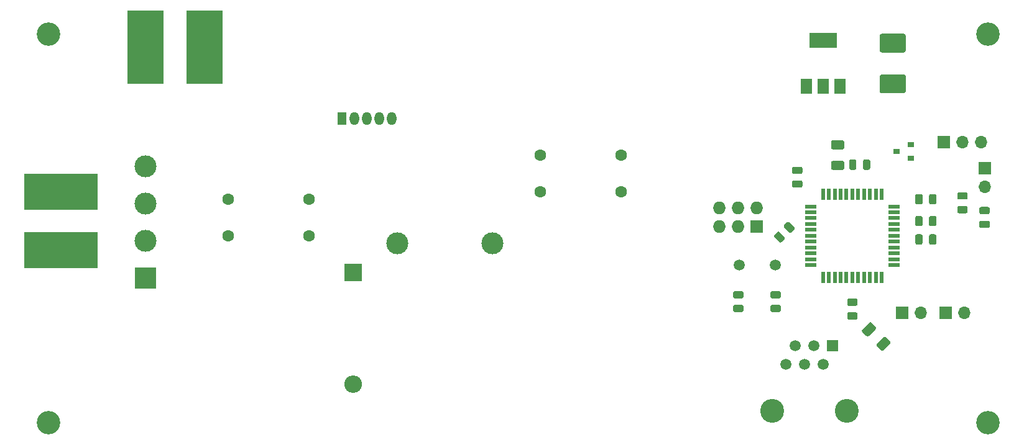
<source format=gts>
G04 #@! TF.GenerationSoftware,KiCad,Pcbnew,5.1.5+dfsg1-2build2*
G04 #@! TF.CreationDate,2021-09-03T15:29:10+02:00*
G04 #@! TF.ProjectId,Nixie clock main board,4e697869-6520-4636-9c6f-636b206d6169,rev?*
G04 #@! TF.SameCoordinates,Original*
G04 #@! TF.FileFunction,Soldermask,Top*
G04 #@! TF.FilePolarity,Negative*
%FSLAX46Y46*%
G04 Gerber Fmt 4.6, Leading zero omitted, Abs format (unit mm)*
G04 Created by KiCad (PCBNEW 5.1.5+dfsg1-2build2) date 2021-09-03 15:29:10*
%MOMM*%
%LPD*%
G04 APERTURE LIST*
%ADD10C,3.200000*%
%ADD11C,3.250000*%
%ADD12C,1.520000*%
%ADD13R,1.520000X1.520000*%
%ADD14C,0.100000*%
%ADD15R,1.500000X0.550000*%
%ADD16R,0.550000X1.500000*%
%ADD17C,3.000000*%
%ADD18R,3.000000X3.000000*%
%ADD19C,1.600000*%
%ADD20R,2.400000X2.400000*%
%ADD21O,2.400000X2.400000*%
%ADD22R,10.000000X5.000000*%
%ADD23R,1.727200X1.727200*%
%ADD24O,1.727200X1.727200*%
%ADD25R,5.000000X10.000000*%
%ADD26R,0.900000X0.800000*%
%ADD27R,1.275000X1.800000*%
%ADD28O,1.275000X1.800000*%
%ADD29R,3.800000X2.000000*%
%ADD30R,1.500000X2.000000*%
%ADD31C,1.500000*%
%ADD32O,1.700000X1.700000*%
%ADD33R,1.700000X1.700000*%
G04 APERTURE END LIST*
D10*
X153500000Y-74500000D03*
X153500000Y-21500000D03*
X25500000Y-74500000D03*
X25500000Y-21500000D03*
D11*
X124084000Y-72898000D03*
D12*
X125984000Y-66548000D03*
X127254000Y-64008000D03*
X128524000Y-66548000D03*
X129794000Y-64008000D03*
X131064000Y-66548000D03*
D11*
X134244000Y-72898000D03*
D13*
X132334000Y-64008000D03*
D14*
G36*
X137205142Y-38601174D02*
G01*
X137228803Y-38604684D01*
X137252007Y-38610496D01*
X137274529Y-38618554D01*
X137296153Y-38628782D01*
X137316670Y-38641079D01*
X137335883Y-38655329D01*
X137353607Y-38671393D01*
X137369671Y-38689117D01*
X137383921Y-38708330D01*
X137396218Y-38728847D01*
X137406446Y-38750471D01*
X137414504Y-38772993D01*
X137420316Y-38796197D01*
X137423826Y-38819858D01*
X137425000Y-38843750D01*
X137425000Y-39756250D01*
X137423826Y-39780142D01*
X137420316Y-39803803D01*
X137414504Y-39827007D01*
X137406446Y-39849529D01*
X137396218Y-39871153D01*
X137383921Y-39891670D01*
X137369671Y-39910883D01*
X137353607Y-39928607D01*
X137335883Y-39944671D01*
X137316670Y-39958921D01*
X137296153Y-39971218D01*
X137274529Y-39981446D01*
X137252007Y-39989504D01*
X137228803Y-39995316D01*
X137205142Y-39998826D01*
X137181250Y-40000000D01*
X136693750Y-40000000D01*
X136669858Y-39998826D01*
X136646197Y-39995316D01*
X136622993Y-39989504D01*
X136600471Y-39981446D01*
X136578847Y-39971218D01*
X136558330Y-39958921D01*
X136539117Y-39944671D01*
X136521393Y-39928607D01*
X136505329Y-39910883D01*
X136491079Y-39891670D01*
X136478782Y-39871153D01*
X136468554Y-39849529D01*
X136460496Y-39827007D01*
X136454684Y-39803803D01*
X136451174Y-39780142D01*
X136450000Y-39756250D01*
X136450000Y-38843750D01*
X136451174Y-38819858D01*
X136454684Y-38796197D01*
X136460496Y-38772993D01*
X136468554Y-38750471D01*
X136478782Y-38728847D01*
X136491079Y-38708330D01*
X136505329Y-38689117D01*
X136521393Y-38671393D01*
X136539117Y-38655329D01*
X136558330Y-38641079D01*
X136578847Y-38628782D01*
X136600471Y-38618554D01*
X136622993Y-38610496D01*
X136646197Y-38604684D01*
X136669858Y-38601174D01*
X136693750Y-38600000D01*
X137181250Y-38600000D01*
X137205142Y-38601174D01*
G37*
G36*
X135330142Y-38601174D02*
G01*
X135353803Y-38604684D01*
X135377007Y-38610496D01*
X135399529Y-38618554D01*
X135421153Y-38628782D01*
X135441670Y-38641079D01*
X135460883Y-38655329D01*
X135478607Y-38671393D01*
X135494671Y-38689117D01*
X135508921Y-38708330D01*
X135521218Y-38728847D01*
X135531446Y-38750471D01*
X135539504Y-38772993D01*
X135545316Y-38796197D01*
X135548826Y-38819858D01*
X135550000Y-38843750D01*
X135550000Y-39756250D01*
X135548826Y-39780142D01*
X135545316Y-39803803D01*
X135539504Y-39827007D01*
X135531446Y-39849529D01*
X135521218Y-39871153D01*
X135508921Y-39891670D01*
X135494671Y-39910883D01*
X135478607Y-39928607D01*
X135460883Y-39944671D01*
X135441670Y-39958921D01*
X135421153Y-39971218D01*
X135399529Y-39981446D01*
X135377007Y-39989504D01*
X135353803Y-39995316D01*
X135330142Y-39998826D01*
X135306250Y-40000000D01*
X134818750Y-40000000D01*
X134794858Y-39998826D01*
X134771197Y-39995316D01*
X134747993Y-39989504D01*
X134725471Y-39981446D01*
X134703847Y-39971218D01*
X134683330Y-39958921D01*
X134664117Y-39944671D01*
X134646393Y-39928607D01*
X134630329Y-39910883D01*
X134616079Y-39891670D01*
X134603782Y-39871153D01*
X134593554Y-39849529D01*
X134585496Y-39827007D01*
X134579684Y-39803803D01*
X134576174Y-39780142D01*
X134575000Y-39756250D01*
X134575000Y-38843750D01*
X134576174Y-38819858D01*
X134579684Y-38796197D01*
X134585496Y-38772993D01*
X134593554Y-38750471D01*
X134603782Y-38728847D01*
X134616079Y-38708330D01*
X134630329Y-38689117D01*
X134646393Y-38671393D01*
X134664117Y-38655329D01*
X134683330Y-38641079D01*
X134703847Y-38628782D01*
X134725471Y-38618554D01*
X134747993Y-38610496D01*
X134771197Y-38604684D01*
X134794858Y-38601174D01*
X134818750Y-38600000D01*
X135306250Y-38600000D01*
X135330142Y-38601174D01*
G37*
D15*
X129300000Y-45000000D03*
X129300000Y-45800000D03*
X129300000Y-46600000D03*
X129300000Y-47400000D03*
X129300000Y-48200000D03*
X129300000Y-49000000D03*
X129300000Y-49800000D03*
X129300000Y-50600000D03*
X129300000Y-51400000D03*
X129300000Y-52200000D03*
X129300000Y-53000000D03*
D16*
X131000000Y-54700000D03*
X131800000Y-54700000D03*
X132600000Y-54700000D03*
X133400000Y-54700000D03*
X134200000Y-54700000D03*
X135000000Y-54700000D03*
X135800000Y-54700000D03*
X136600000Y-54700000D03*
X137400000Y-54700000D03*
X138200000Y-54700000D03*
X139000000Y-54700000D03*
D15*
X140700000Y-53000000D03*
X140700000Y-52200000D03*
X140700000Y-51400000D03*
X140700000Y-50600000D03*
X140700000Y-49800000D03*
X140700000Y-49000000D03*
X140700000Y-48200000D03*
X140700000Y-47400000D03*
X140700000Y-46600000D03*
X140700000Y-45800000D03*
X140700000Y-45000000D03*
D16*
X139000000Y-43300000D03*
X138200000Y-43300000D03*
X137400000Y-43300000D03*
X136600000Y-43300000D03*
X135800000Y-43300000D03*
X135000000Y-43300000D03*
X134200000Y-43300000D03*
X133400000Y-43300000D03*
X132600000Y-43300000D03*
X131800000Y-43300000D03*
X131000000Y-43300000D03*
D17*
X73000000Y-50000000D03*
X86000000Y-50000000D03*
X38700000Y-49670000D03*
X38700000Y-44590000D03*
D18*
X38700000Y-54750000D03*
D17*
X38700000Y-39510000D03*
D19*
X50000000Y-49000000D03*
X50000000Y-44000000D03*
X61000000Y-44000000D03*
X61000000Y-49000000D03*
X92500000Y-43000000D03*
X92500000Y-38000000D03*
X103500000Y-38000000D03*
X103500000Y-43000000D03*
D14*
G36*
X146205142Y-43301174D02*
G01*
X146228803Y-43304684D01*
X146252007Y-43310496D01*
X146274529Y-43318554D01*
X146296153Y-43328782D01*
X146316670Y-43341079D01*
X146335883Y-43355329D01*
X146353607Y-43371393D01*
X146369671Y-43389117D01*
X146383921Y-43408330D01*
X146396218Y-43428847D01*
X146406446Y-43450471D01*
X146414504Y-43472993D01*
X146420316Y-43496197D01*
X146423826Y-43519858D01*
X146425000Y-43543750D01*
X146425000Y-44456250D01*
X146423826Y-44480142D01*
X146420316Y-44503803D01*
X146414504Y-44527007D01*
X146406446Y-44549529D01*
X146396218Y-44571153D01*
X146383921Y-44591670D01*
X146369671Y-44610883D01*
X146353607Y-44628607D01*
X146335883Y-44644671D01*
X146316670Y-44658921D01*
X146296153Y-44671218D01*
X146274529Y-44681446D01*
X146252007Y-44689504D01*
X146228803Y-44695316D01*
X146205142Y-44698826D01*
X146181250Y-44700000D01*
X145693750Y-44700000D01*
X145669858Y-44698826D01*
X145646197Y-44695316D01*
X145622993Y-44689504D01*
X145600471Y-44681446D01*
X145578847Y-44671218D01*
X145558330Y-44658921D01*
X145539117Y-44644671D01*
X145521393Y-44628607D01*
X145505329Y-44610883D01*
X145491079Y-44591670D01*
X145478782Y-44571153D01*
X145468554Y-44549529D01*
X145460496Y-44527007D01*
X145454684Y-44503803D01*
X145451174Y-44480142D01*
X145450000Y-44456250D01*
X145450000Y-43543750D01*
X145451174Y-43519858D01*
X145454684Y-43496197D01*
X145460496Y-43472993D01*
X145468554Y-43450471D01*
X145478782Y-43428847D01*
X145491079Y-43408330D01*
X145505329Y-43389117D01*
X145521393Y-43371393D01*
X145539117Y-43355329D01*
X145558330Y-43341079D01*
X145578847Y-43328782D01*
X145600471Y-43318554D01*
X145622993Y-43310496D01*
X145646197Y-43304684D01*
X145669858Y-43301174D01*
X145693750Y-43300000D01*
X146181250Y-43300000D01*
X146205142Y-43301174D01*
G37*
G36*
X144330142Y-43301174D02*
G01*
X144353803Y-43304684D01*
X144377007Y-43310496D01*
X144399529Y-43318554D01*
X144421153Y-43328782D01*
X144441670Y-43341079D01*
X144460883Y-43355329D01*
X144478607Y-43371393D01*
X144494671Y-43389117D01*
X144508921Y-43408330D01*
X144521218Y-43428847D01*
X144531446Y-43450471D01*
X144539504Y-43472993D01*
X144545316Y-43496197D01*
X144548826Y-43519858D01*
X144550000Y-43543750D01*
X144550000Y-44456250D01*
X144548826Y-44480142D01*
X144545316Y-44503803D01*
X144539504Y-44527007D01*
X144531446Y-44549529D01*
X144521218Y-44571153D01*
X144508921Y-44591670D01*
X144494671Y-44610883D01*
X144478607Y-44628607D01*
X144460883Y-44644671D01*
X144441670Y-44658921D01*
X144421153Y-44671218D01*
X144399529Y-44681446D01*
X144377007Y-44689504D01*
X144353803Y-44695316D01*
X144330142Y-44698826D01*
X144306250Y-44700000D01*
X143818750Y-44700000D01*
X143794858Y-44698826D01*
X143771197Y-44695316D01*
X143747993Y-44689504D01*
X143725471Y-44681446D01*
X143703847Y-44671218D01*
X143683330Y-44658921D01*
X143664117Y-44644671D01*
X143646393Y-44628607D01*
X143630329Y-44610883D01*
X143616079Y-44591670D01*
X143603782Y-44571153D01*
X143593554Y-44549529D01*
X143585496Y-44527007D01*
X143579684Y-44503803D01*
X143576174Y-44480142D01*
X143575000Y-44456250D01*
X143575000Y-43543750D01*
X143576174Y-43519858D01*
X143579684Y-43496197D01*
X143585496Y-43472993D01*
X143593554Y-43450471D01*
X143603782Y-43428847D01*
X143616079Y-43408330D01*
X143630329Y-43389117D01*
X143646393Y-43371393D01*
X143664117Y-43355329D01*
X143683330Y-43341079D01*
X143703847Y-43328782D01*
X143725471Y-43318554D01*
X143747993Y-43310496D01*
X143771197Y-43304684D01*
X143794858Y-43301174D01*
X143818750Y-43300000D01*
X144306250Y-43300000D01*
X144330142Y-43301174D01*
G37*
G36*
X124940719Y-48439362D02*
G01*
X124964380Y-48442872D01*
X124987584Y-48448684D01*
X125010106Y-48456742D01*
X125031730Y-48466970D01*
X125052247Y-48479267D01*
X125071460Y-48493517D01*
X125089184Y-48509581D01*
X125734419Y-49154816D01*
X125750483Y-49172540D01*
X125764733Y-49191753D01*
X125777030Y-49212270D01*
X125787258Y-49233894D01*
X125795316Y-49256416D01*
X125801128Y-49279620D01*
X125804638Y-49303281D01*
X125805812Y-49327173D01*
X125804638Y-49351065D01*
X125801128Y-49374726D01*
X125795316Y-49397930D01*
X125787258Y-49420452D01*
X125777030Y-49442076D01*
X125764733Y-49462593D01*
X125750483Y-49481806D01*
X125734419Y-49499530D01*
X125389704Y-49844245D01*
X125371980Y-49860309D01*
X125352767Y-49874559D01*
X125332250Y-49886856D01*
X125310626Y-49897084D01*
X125288104Y-49905142D01*
X125264900Y-49910954D01*
X125241239Y-49914464D01*
X125217347Y-49915638D01*
X125193455Y-49914464D01*
X125169794Y-49910954D01*
X125146590Y-49905142D01*
X125124068Y-49897084D01*
X125102444Y-49886856D01*
X125081927Y-49874559D01*
X125062714Y-49860309D01*
X125044990Y-49844245D01*
X124399755Y-49199010D01*
X124383691Y-49181286D01*
X124369441Y-49162073D01*
X124357144Y-49141556D01*
X124346916Y-49119932D01*
X124338858Y-49097410D01*
X124333046Y-49074206D01*
X124329536Y-49050545D01*
X124328362Y-49026653D01*
X124329536Y-49002761D01*
X124333046Y-48979100D01*
X124338858Y-48955896D01*
X124346916Y-48933374D01*
X124357144Y-48911750D01*
X124369441Y-48891233D01*
X124383691Y-48872020D01*
X124399755Y-48854296D01*
X124744470Y-48509581D01*
X124762194Y-48493517D01*
X124781407Y-48479267D01*
X124801924Y-48466970D01*
X124823548Y-48456742D01*
X124846070Y-48448684D01*
X124869274Y-48442872D01*
X124892935Y-48439362D01*
X124916827Y-48438188D01*
X124940719Y-48439362D01*
G37*
G36*
X126266545Y-47113536D02*
G01*
X126290206Y-47117046D01*
X126313410Y-47122858D01*
X126335932Y-47130916D01*
X126357556Y-47141144D01*
X126378073Y-47153441D01*
X126397286Y-47167691D01*
X126415010Y-47183755D01*
X127060245Y-47828990D01*
X127076309Y-47846714D01*
X127090559Y-47865927D01*
X127102856Y-47886444D01*
X127113084Y-47908068D01*
X127121142Y-47930590D01*
X127126954Y-47953794D01*
X127130464Y-47977455D01*
X127131638Y-48001347D01*
X127130464Y-48025239D01*
X127126954Y-48048900D01*
X127121142Y-48072104D01*
X127113084Y-48094626D01*
X127102856Y-48116250D01*
X127090559Y-48136767D01*
X127076309Y-48155980D01*
X127060245Y-48173704D01*
X126715530Y-48518419D01*
X126697806Y-48534483D01*
X126678593Y-48548733D01*
X126658076Y-48561030D01*
X126636452Y-48571258D01*
X126613930Y-48579316D01*
X126590726Y-48585128D01*
X126567065Y-48588638D01*
X126543173Y-48589812D01*
X126519281Y-48588638D01*
X126495620Y-48585128D01*
X126472416Y-48579316D01*
X126449894Y-48571258D01*
X126428270Y-48561030D01*
X126407753Y-48548733D01*
X126388540Y-48534483D01*
X126370816Y-48518419D01*
X125725581Y-47873184D01*
X125709517Y-47855460D01*
X125695267Y-47836247D01*
X125682970Y-47815730D01*
X125672742Y-47794106D01*
X125664684Y-47771584D01*
X125658872Y-47748380D01*
X125655362Y-47724719D01*
X125654188Y-47700827D01*
X125655362Y-47676935D01*
X125658872Y-47653274D01*
X125664684Y-47630070D01*
X125672742Y-47607548D01*
X125682970Y-47585924D01*
X125695267Y-47565407D01*
X125709517Y-47546194D01*
X125725581Y-47528470D01*
X126070296Y-47183755D01*
X126088020Y-47167691D01*
X126107233Y-47153441D01*
X126127750Y-47141144D01*
X126149374Y-47130916D01*
X126171896Y-47122858D01*
X126195100Y-47117046D01*
X126218761Y-47113536D01*
X126242653Y-47112362D01*
X126266545Y-47113536D01*
G37*
G36*
X135480142Y-57576174D02*
G01*
X135503803Y-57579684D01*
X135527007Y-57585496D01*
X135549529Y-57593554D01*
X135571153Y-57603782D01*
X135591670Y-57616079D01*
X135610883Y-57630329D01*
X135628607Y-57646393D01*
X135644671Y-57664117D01*
X135658921Y-57683330D01*
X135671218Y-57703847D01*
X135681446Y-57725471D01*
X135689504Y-57747993D01*
X135695316Y-57771197D01*
X135698826Y-57794858D01*
X135700000Y-57818750D01*
X135700000Y-58306250D01*
X135698826Y-58330142D01*
X135695316Y-58353803D01*
X135689504Y-58377007D01*
X135681446Y-58399529D01*
X135671218Y-58421153D01*
X135658921Y-58441670D01*
X135644671Y-58460883D01*
X135628607Y-58478607D01*
X135610883Y-58494671D01*
X135591670Y-58508921D01*
X135571153Y-58521218D01*
X135549529Y-58531446D01*
X135527007Y-58539504D01*
X135503803Y-58545316D01*
X135480142Y-58548826D01*
X135456250Y-58550000D01*
X134543750Y-58550000D01*
X134519858Y-58548826D01*
X134496197Y-58545316D01*
X134472993Y-58539504D01*
X134450471Y-58531446D01*
X134428847Y-58521218D01*
X134408330Y-58508921D01*
X134389117Y-58494671D01*
X134371393Y-58478607D01*
X134355329Y-58460883D01*
X134341079Y-58441670D01*
X134328782Y-58421153D01*
X134318554Y-58399529D01*
X134310496Y-58377007D01*
X134304684Y-58353803D01*
X134301174Y-58330142D01*
X134300000Y-58306250D01*
X134300000Y-57818750D01*
X134301174Y-57794858D01*
X134304684Y-57771197D01*
X134310496Y-57747993D01*
X134318554Y-57725471D01*
X134328782Y-57703847D01*
X134341079Y-57683330D01*
X134355329Y-57664117D01*
X134371393Y-57646393D01*
X134389117Y-57630329D01*
X134408330Y-57616079D01*
X134428847Y-57603782D01*
X134450471Y-57593554D01*
X134472993Y-57585496D01*
X134496197Y-57579684D01*
X134519858Y-57576174D01*
X134543750Y-57575000D01*
X135456250Y-57575000D01*
X135480142Y-57576174D01*
G37*
G36*
X135480142Y-59451174D02*
G01*
X135503803Y-59454684D01*
X135527007Y-59460496D01*
X135549529Y-59468554D01*
X135571153Y-59478782D01*
X135591670Y-59491079D01*
X135610883Y-59505329D01*
X135628607Y-59521393D01*
X135644671Y-59539117D01*
X135658921Y-59558330D01*
X135671218Y-59578847D01*
X135681446Y-59600471D01*
X135689504Y-59622993D01*
X135695316Y-59646197D01*
X135698826Y-59669858D01*
X135700000Y-59693750D01*
X135700000Y-60181250D01*
X135698826Y-60205142D01*
X135695316Y-60228803D01*
X135689504Y-60252007D01*
X135681446Y-60274529D01*
X135671218Y-60296153D01*
X135658921Y-60316670D01*
X135644671Y-60335883D01*
X135628607Y-60353607D01*
X135610883Y-60369671D01*
X135591670Y-60383921D01*
X135571153Y-60396218D01*
X135549529Y-60406446D01*
X135527007Y-60414504D01*
X135503803Y-60420316D01*
X135480142Y-60423826D01*
X135456250Y-60425000D01*
X134543750Y-60425000D01*
X134519858Y-60423826D01*
X134496197Y-60420316D01*
X134472993Y-60414504D01*
X134450471Y-60406446D01*
X134428847Y-60396218D01*
X134408330Y-60383921D01*
X134389117Y-60369671D01*
X134371393Y-60353607D01*
X134355329Y-60335883D01*
X134341079Y-60316670D01*
X134328782Y-60296153D01*
X134318554Y-60274529D01*
X134310496Y-60252007D01*
X134304684Y-60228803D01*
X134301174Y-60205142D01*
X134300000Y-60181250D01*
X134300000Y-59693750D01*
X134301174Y-59669858D01*
X134304684Y-59646197D01*
X134310496Y-59622993D01*
X134318554Y-59600471D01*
X134328782Y-59578847D01*
X134341079Y-59558330D01*
X134355329Y-59539117D01*
X134371393Y-59521393D01*
X134389117Y-59505329D01*
X134408330Y-59491079D01*
X134428847Y-59478782D01*
X134450471Y-59468554D01*
X134472993Y-59460496D01*
X134496197Y-59454684D01*
X134519858Y-59451174D01*
X134543750Y-59450000D01*
X135456250Y-59450000D01*
X135480142Y-59451174D01*
G37*
G36*
X144330142Y-48801174D02*
G01*
X144353803Y-48804684D01*
X144377007Y-48810496D01*
X144399529Y-48818554D01*
X144421153Y-48828782D01*
X144441670Y-48841079D01*
X144460883Y-48855329D01*
X144478607Y-48871393D01*
X144494671Y-48889117D01*
X144508921Y-48908330D01*
X144521218Y-48928847D01*
X144531446Y-48950471D01*
X144539504Y-48972993D01*
X144545316Y-48996197D01*
X144548826Y-49019858D01*
X144550000Y-49043750D01*
X144550000Y-49956250D01*
X144548826Y-49980142D01*
X144545316Y-50003803D01*
X144539504Y-50027007D01*
X144531446Y-50049529D01*
X144521218Y-50071153D01*
X144508921Y-50091670D01*
X144494671Y-50110883D01*
X144478607Y-50128607D01*
X144460883Y-50144671D01*
X144441670Y-50158921D01*
X144421153Y-50171218D01*
X144399529Y-50181446D01*
X144377007Y-50189504D01*
X144353803Y-50195316D01*
X144330142Y-50198826D01*
X144306250Y-50200000D01*
X143818750Y-50200000D01*
X143794858Y-50198826D01*
X143771197Y-50195316D01*
X143747993Y-50189504D01*
X143725471Y-50181446D01*
X143703847Y-50171218D01*
X143683330Y-50158921D01*
X143664117Y-50144671D01*
X143646393Y-50128607D01*
X143630329Y-50110883D01*
X143616079Y-50091670D01*
X143603782Y-50071153D01*
X143593554Y-50049529D01*
X143585496Y-50027007D01*
X143579684Y-50003803D01*
X143576174Y-49980142D01*
X143575000Y-49956250D01*
X143575000Y-49043750D01*
X143576174Y-49019858D01*
X143579684Y-48996197D01*
X143585496Y-48972993D01*
X143593554Y-48950471D01*
X143603782Y-48928847D01*
X143616079Y-48908330D01*
X143630329Y-48889117D01*
X143646393Y-48871393D01*
X143664117Y-48855329D01*
X143683330Y-48841079D01*
X143703847Y-48828782D01*
X143725471Y-48818554D01*
X143747993Y-48810496D01*
X143771197Y-48804684D01*
X143794858Y-48801174D01*
X143818750Y-48800000D01*
X144306250Y-48800000D01*
X144330142Y-48801174D01*
G37*
G36*
X146205142Y-48801174D02*
G01*
X146228803Y-48804684D01*
X146252007Y-48810496D01*
X146274529Y-48818554D01*
X146296153Y-48828782D01*
X146316670Y-48841079D01*
X146335883Y-48855329D01*
X146353607Y-48871393D01*
X146369671Y-48889117D01*
X146383921Y-48908330D01*
X146396218Y-48928847D01*
X146406446Y-48950471D01*
X146414504Y-48972993D01*
X146420316Y-48996197D01*
X146423826Y-49019858D01*
X146425000Y-49043750D01*
X146425000Y-49956250D01*
X146423826Y-49980142D01*
X146420316Y-50003803D01*
X146414504Y-50027007D01*
X146406446Y-50049529D01*
X146396218Y-50071153D01*
X146383921Y-50091670D01*
X146369671Y-50110883D01*
X146353607Y-50128607D01*
X146335883Y-50144671D01*
X146316670Y-50158921D01*
X146296153Y-50171218D01*
X146274529Y-50181446D01*
X146252007Y-50189504D01*
X146228803Y-50195316D01*
X146205142Y-50198826D01*
X146181250Y-50200000D01*
X145693750Y-50200000D01*
X145669858Y-50198826D01*
X145646197Y-50195316D01*
X145622993Y-50189504D01*
X145600471Y-50181446D01*
X145578847Y-50171218D01*
X145558330Y-50158921D01*
X145539117Y-50144671D01*
X145521393Y-50128607D01*
X145505329Y-50110883D01*
X145491079Y-50091670D01*
X145478782Y-50071153D01*
X145468554Y-50049529D01*
X145460496Y-50027007D01*
X145454684Y-50003803D01*
X145451174Y-49980142D01*
X145450000Y-49956250D01*
X145450000Y-49043750D01*
X145451174Y-49019858D01*
X145454684Y-48996197D01*
X145460496Y-48972993D01*
X145468554Y-48950471D01*
X145478782Y-48928847D01*
X145491079Y-48908330D01*
X145505329Y-48889117D01*
X145521393Y-48871393D01*
X145539117Y-48855329D01*
X145558330Y-48841079D01*
X145578847Y-48828782D01*
X145600471Y-48818554D01*
X145622993Y-48810496D01*
X145646197Y-48804684D01*
X145669858Y-48801174D01*
X145693750Y-48800000D01*
X146181250Y-48800000D01*
X146205142Y-48801174D01*
G37*
G36*
X150480142Y-43076174D02*
G01*
X150503803Y-43079684D01*
X150527007Y-43085496D01*
X150549529Y-43093554D01*
X150571153Y-43103782D01*
X150591670Y-43116079D01*
X150610883Y-43130329D01*
X150628607Y-43146393D01*
X150644671Y-43164117D01*
X150658921Y-43183330D01*
X150671218Y-43203847D01*
X150681446Y-43225471D01*
X150689504Y-43247993D01*
X150695316Y-43271197D01*
X150698826Y-43294858D01*
X150700000Y-43318750D01*
X150700000Y-43806250D01*
X150698826Y-43830142D01*
X150695316Y-43853803D01*
X150689504Y-43877007D01*
X150681446Y-43899529D01*
X150671218Y-43921153D01*
X150658921Y-43941670D01*
X150644671Y-43960883D01*
X150628607Y-43978607D01*
X150610883Y-43994671D01*
X150591670Y-44008921D01*
X150571153Y-44021218D01*
X150549529Y-44031446D01*
X150527007Y-44039504D01*
X150503803Y-44045316D01*
X150480142Y-44048826D01*
X150456250Y-44050000D01*
X149543750Y-44050000D01*
X149519858Y-44048826D01*
X149496197Y-44045316D01*
X149472993Y-44039504D01*
X149450471Y-44031446D01*
X149428847Y-44021218D01*
X149408330Y-44008921D01*
X149389117Y-43994671D01*
X149371393Y-43978607D01*
X149355329Y-43960883D01*
X149341079Y-43941670D01*
X149328782Y-43921153D01*
X149318554Y-43899529D01*
X149310496Y-43877007D01*
X149304684Y-43853803D01*
X149301174Y-43830142D01*
X149300000Y-43806250D01*
X149300000Y-43318750D01*
X149301174Y-43294858D01*
X149304684Y-43271197D01*
X149310496Y-43247993D01*
X149318554Y-43225471D01*
X149328782Y-43203847D01*
X149341079Y-43183330D01*
X149355329Y-43164117D01*
X149371393Y-43146393D01*
X149389117Y-43130329D01*
X149408330Y-43116079D01*
X149428847Y-43103782D01*
X149450471Y-43093554D01*
X149472993Y-43085496D01*
X149496197Y-43079684D01*
X149519858Y-43076174D01*
X149543750Y-43075000D01*
X150456250Y-43075000D01*
X150480142Y-43076174D01*
G37*
G36*
X150480142Y-44951174D02*
G01*
X150503803Y-44954684D01*
X150527007Y-44960496D01*
X150549529Y-44968554D01*
X150571153Y-44978782D01*
X150591670Y-44991079D01*
X150610883Y-45005329D01*
X150628607Y-45021393D01*
X150644671Y-45039117D01*
X150658921Y-45058330D01*
X150671218Y-45078847D01*
X150681446Y-45100471D01*
X150689504Y-45122993D01*
X150695316Y-45146197D01*
X150698826Y-45169858D01*
X150700000Y-45193750D01*
X150700000Y-45681250D01*
X150698826Y-45705142D01*
X150695316Y-45728803D01*
X150689504Y-45752007D01*
X150681446Y-45774529D01*
X150671218Y-45796153D01*
X150658921Y-45816670D01*
X150644671Y-45835883D01*
X150628607Y-45853607D01*
X150610883Y-45869671D01*
X150591670Y-45883921D01*
X150571153Y-45896218D01*
X150549529Y-45906446D01*
X150527007Y-45914504D01*
X150503803Y-45920316D01*
X150480142Y-45923826D01*
X150456250Y-45925000D01*
X149543750Y-45925000D01*
X149519858Y-45923826D01*
X149496197Y-45920316D01*
X149472993Y-45914504D01*
X149450471Y-45906446D01*
X149428847Y-45896218D01*
X149408330Y-45883921D01*
X149389117Y-45869671D01*
X149371393Y-45853607D01*
X149355329Y-45835883D01*
X149341079Y-45816670D01*
X149328782Y-45796153D01*
X149318554Y-45774529D01*
X149310496Y-45752007D01*
X149304684Y-45728803D01*
X149301174Y-45705142D01*
X149300000Y-45681250D01*
X149300000Y-45193750D01*
X149301174Y-45169858D01*
X149304684Y-45146197D01*
X149310496Y-45122993D01*
X149318554Y-45100471D01*
X149328782Y-45078847D01*
X149341079Y-45058330D01*
X149355329Y-45039117D01*
X149371393Y-45021393D01*
X149389117Y-45005329D01*
X149408330Y-44991079D01*
X149428847Y-44978782D01*
X149450471Y-44968554D01*
X149472993Y-44960496D01*
X149496197Y-44954684D01*
X149519858Y-44951174D01*
X149543750Y-44950000D01*
X150456250Y-44950000D01*
X150480142Y-44951174D01*
G37*
G36*
X142024505Y-27001204D02*
G01*
X142048773Y-27004804D01*
X142072572Y-27010765D01*
X142095671Y-27019030D01*
X142117850Y-27029520D01*
X142138893Y-27042132D01*
X142158599Y-27056747D01*
X142176777Y-27073223D01*
X142193253Y-27091401D01*
X142207868Y-27111107D01*
X142220480Y-27132150D01*
X142230970Y-27154329D01*
X142239235Y-27177428D01*
X142245196Y-27201227D01*
X142248796Y-27225495D01*
X142250000Y-27249999D01*
X142250000Y-29300001D01*
X142248796Y-29324505D01*
X142245196Y-29348773D01*
X142239235Y-29372572D01*
X142230970Y-29395671D01*
X142220480Y-29417850D01*
X142207868Y-29438893D01*
X142193253Y-29458599D01*
X142176777Y-29476777D01*
X142158599Y-29493253D01*
X142138893Y-29507868D01*
X142117850Y-29520480D01*
X142095671Y-29530970D01*
X142072572Y-29539235D01*
X142048773Y-29545196D01*
X142024505Y-29548796D01*
X142000001Y-29550000D01*
X138999999Y-29550000D01*
X138975495Y-29548796D01*
X138951227Y-29545196D01*
X138927428Y-29539235D01*
X138904329Y-29530970D01*
X138882150Y-29520480D01*
X138861107Y-29507868D01*
X138841401Y-29493253D01*
X138823223Y-29476777D01*
X138806747Y-29458599D01*
X138792132Y-29438893D01*
X138779520Y-29417850D01*
X138769030Y-29395671D01*
X138760765Y-29372572D01*
X138754804Y-29348773D01*
X138751204Y-29324505D01*
X138750000Y-29300001D01*
X138750000Y-27249999D01*
X138751204Y-27225495D01*
X138754804Y-27201227D01*
X138760765Y-27177428D01*
X138769030Y-27154329D01*
X138779520Y-27132150D01*
X138792132Y-27111107D01*
X138806747Y-27091401D01*
X138823223Y-27073223D01*
X138841401Y-27056747D01*
X138861107Y-27042132D01*
X138882150Y-27029520D01*
X138904329Y-27019030D01*
X138927428Y-27010765D01*
X138951227Y-27004804D01*
X138975495Y-27001204D01*
X138999999Y-27000000D01*
X142000001Y-27000000D01*
X142024505Y-27001204D01*
G37*
G36*
X142024505Y-21451204D02*
G01*
X142048773Y-21454804D01*
X142072572Y-21460765D01*
X142095671Y-21469030D01*
X142117850Y-21479520D01*
X142138893Y-21492132D01*
X142158599Y-21506747D01*
X142176777Y-21523223D01*
X142193253Y-21541401D01*
X142207868Y-21561107D01*
X142220480Y-21582150D01*
X142230970Y-21604329D01*
X142239235Y-21627428D01*
X142245196Y-21651227D01*
X142248796Y-21675495D01*
X142250000Y-21699999D01*
X142250000Y-23750001D01*
X142248796Y-23774505D01*
X142245196Y-23798773D01*
X142239235Y-23822572D01*
X142230970Y-23845671D01*
X142220480Y-23867850D01*
X142207868Y-23888893D01*
X142193253Y-23908599D01*
X142176777Y-23926777D01*
X142158599Y-23943253D01*
X142138893Y-23957868D01*
X142117850Y-23970480D01*
X142095671Y-23980970D01*
X142072572Y-23989235D01*
X142048773Y-23995196D01*
X142024505Y-23998796D01*
X142000001Y-24000000D01*
X138999999Y-24000000D01*
X138975495Y-23998796D01*
X138951227Y-23995196D01*
X138927428Y-23989235D01*
X138904329Y-23980970D01*
X138882150Y-23970480D01*
X138861107Y-23957868D01*
X138841401Y-23943253D01*
X138823223Y-23926777D01*
X138806747Y-23908599D01*
X138792132Y-23888893D01*
X138779520Y-23867850D01*
X138769030Y-23845671D01*
X138760765Y-23822572D01*
X138754804Y-23798773D01*
X138751204Y-23774505D01*
X138750000Y-23750001D01*
X138750000Y-21699999D01*
X138751204Y-21675495D01*
X138754804Y-21651227D01*
X138760765Y-21627428D01*
X138769030Y-21604329D01*
X138779520Y-21582150D01*
X138792132Y-21561107D01*
X138806747Y-21541401D01*
X138823223Y-21523223D01*
X138841401Y-21506747D01*
X138861107Y-21492132D01*
X138882150Y-21479520D01*
X138904329Y-21469030D01*
X138927428Y-21460765D01*
X138951227Y-21454804D01*
X138975495Y-21451204D01*
X138999999Y-21450000D01*
X142000001Y-21450000D01*
X142024505Y-21451204D01*
G37*
G36*
X119940142Y-58431174D02*
G01*
X119963803Y-58434684D01*
X119987007Y-58440496D01*
X120009529Y-58448554D01*
X120031153Y-58458782D01*
X120051670Y-58471079D01*
X120070883Y-58485329D01*
X120088607Y-58501393D01*
X120104671Y-58519117D01*
X120118921Y-58538330D01*
X120131218Y-58558847D01*
X120141446Y-58580471D01*
X120149504Y-58602993D01*
X120155316Y-58626197D01*
X120158826Y-58649858D01*
X120160000Y-58673750D01*
X120160000Y-59161250D01*
X120158826Y-59185142D01*
X120155316Y-59208803D01*
X120149504Y-59232007D01*
X120141446Y-59254529D01*
X120131218Y-59276153D01*
X120118921Y-59296670D01*
X120104671Y-59315883D01*
X120088607Y-59333607D01*
X120070883Y-59349671D01*
X120051670Y-59363921D01*
X120031153Y-59376218D01*
X120009529Y-59386446D01*
X119987007Y-59394504D01*
X119963803Y-59400316D01*
X119940142Y-59403826D01*
X119916250Y-59405000D01*
X119003750Y-59405000D01*
X118979858Y-59403826D01*
X118956197Y-59400316D01*
X118932993Y-59394504D01*
X118910471Y-59386446D01*
X118888847Y-59376218D01*
X118868330Y-59363921D01*
X118849117Y-59349671D01*
X118831393Y-59333607D01*
X118815329Y-59315883D01*
X118801079Y-59296670D01*
X118788782Y-59276153D01*
X118778554Y-59254529D01*
X118770496Y-59232007D01*
X118764684Y-59208803D01*
X118761174Y-59185142D01*
X118760000Y-59161250D01*
X118760000Y-58673750D01*
X118761174Y-58649858D01*
X118764684Y-58626197D01*
X118770496Y-58602993D01*
X118778554Y-58580471D01*
X118788782Y-58558847D01*
X118801079Y-58538330D01*
X118815329Y-58519117D01*
X118831393Y-58501393D01*
X118849117Y-58485329D01*
X118868330Y-58471079D01*
X118888847Y-58458782D01*
X118910471Y-58448554D01*
X118932993Y-58440496D01*
X118956197Y-58434684D01*
X118979858Y-58431174D01*
X119003750Y-58430000D01*
X119916250Y-58430000D01*
X119940142Y-58431174D01*
G37*
G36*
X119940142Y-56556174D02*
G01*
X119963803Y-56559684D01*
X119987007Y-56565496D01*
X120009529Y-56573554D01*
X120031153Y-56583782D01*
X120051670Y-56596079D01*
X120070883Y-56610329D01*
X120088607Y-56626393D01*
X120104671Y-56644117D01*
X120118921Y-56663330D01*
X120131218Y-56683847D01*
X120141446Y-56705471D01*
X120149504Y-56727993D01*
X120155316Y-56751197D01*
X120158826Y-56774858D01*
X120160000Y-56798750D01*
X120160000Y-57286250D01*
X120158826Y-57310142D01*
X120155316Y-57333803D01*
X120149504Y-57357007D01*
X120141446Y-57379529D01*
X120131218Y-57401153D01*
X120118921Y-57421670D01*
X120104671Y-57440883D01*
X120088607Y-57458607D01*
X120070883Y-57474671D01*
X120051670Y-57488921D01*
X120031153Y-57501218D01*
X120009529Y-57511446D01*
X119987007Y-57519504D01*
X119963803Y-57525316D01*
X119940142Y-57528826D01*
X119916250Y-57530000D01*
X119003750Y-57530000D01*
X118979858Y-57528826D01*
X118956197Y-57525316D01*
X118932993Y-57519504D01*
X118910471Y-57511446D01*
X118888847Y-57501218D01*
X118868330Y-57488921D01*
X118849117Y-57474671D01*
X118831393Y-57458607D01*
X118815329Y-57440883D01*
X118801079Y-57421670D01*
X118788782Y-57401153D01*
X118778554Y-57379529D01*
X118770496Y-57357007D01*
X118764684Y-57333803D01*
X118761174Y-57310142D01*
X118760000Y-57286250D01*
X118760000Y-56798750D01*
X118761174Y-56774858D01*
X118764684Y-56751197D01*
X118770496Y-56727993D01*
X118778554Y-56705471D01*
X118788782Y-56683847D01*
X118801079Y-56663330D01*
X118815329Y-56644117D01*
X118831393Y-56626393D01*
X118849117Y-56610329D01*
X118868330Y-56596079D01*
X118888847Y-56583782D01*
X118910471Y-56573554D01*
X118932993Y-56565496D01*
X118956197Y-56559684D01*
X118979858Y-56556174D01*
X119003750Y-56555000D01*
X119916250Y-56555000D01*
X119940142Y-56556174D01*
G37*
G36*
X125020142Y-56556174D02*
G01*
X125043803Y-56559684D01*
X125067007Y-56565496D01*
X125089529Y-56573554D01*
X125111153Y-56583782D01*
X125131670Y-56596079D01*
X125150883Y-56610329D01*
X125168607Y-56626393D01*
X125184671Y-56644117D01*
X125198921Y-56663330D01*
X125211218Y-56683847D01*
X125221446Y-56705471D01*
X125229504Y-56727993D01*
X125235316Y-56751197D01*
X125238826Y-56774858D01*
X125240000Y-56798750D01*
X125240000Y-57286250D01*
X125238826Y-57310142D01*
X125235316Y-57333803D01*
X125229504Y-57357007D01*
X125221446Y-57379529D01*
X125211218Y-57401153D01*
X125198921Y-57421670D01*
X125184671Y-57440883D01*
X125168607Y-57458607D01*
X125150883Y-57474671D01*
X125131670Y-57488921D01*
X125111153Y-57501218D01*
X125089529Y-57511446D01*
X125067007Y-57519504D01*
X125043803Y-57525316D01*
X125020142Y-57528826D01*
X124996250Y-57530000D01*
X124083750Y-57530000D01*
X124059858Y-57528826D01*
X124036197Y-57525316D01*
X124012993Y-57519504D01*
X123990471Y-57511446D01*
X123968847Y-57501218D01*
X123948330Y-57488921D01*
X123929117Y-57474671D01*
X123911393Y-57458607D01*
X123895329Y-57440883D01*
X123881079Y-57421670D01*
X123868782Y-57401153D01*
X123858554Y-57379529D01*
X123850496Y-57357007D01*
X123844684Y-57333803D01*
X123841174Y-57310142D01*
X123840000Y-57286250D01*
X123840000Y-56798750D01*
X123841174Y-56774858D01*
X123844684Y-56751197D01*
X123850496Y-56727993D01*
X123858554Y-56705471D01*
X123868782Y-56683847D01*
X123881079Y-56663330D01*
X123895329Y-56644117D01*
X123911393Y-56626393D01*
X123929117Y-56610329D01*
X123948330Y-56596079D01*
X123968847Y-56583782D01*
X123990471Y-56573554D01*
X124012993Y-56565496D01*
X124036197Y-56559684D01*
X124059858Y-56556174D01*
X124083750Y-56555000D01*
X124996250Y-56555000D01*
X125020142Y-56556174D01*
G37*
G36*
X125020142Y-58431174D02*
G01*
X125043803Y-58434684D01*
X125067007Y-58440496D01*
X125089529Y-58448554D01*
X125111153Y-58458782D01*
X125131670Y-58471079D01*
X125150883Y-58485329D01*
X125168607Y-58501393D01*
X125184671Y-58519117D01*
X125198921Y-58538330D01*
X125211218Y-58558847D01*
X125221446Y-58580471D01*
X125229504Y-58602993D01*
X125235316Y-58626197D01*
X125238826Y-58649858D01*
X125240000Y-58673750D01*
X125240000Y-59161250D01*
X125238826Y-59185142D01*
X125235316Y-59208803D01*
X125229504Y-59232007D01*
X125221446Y-59254529D01*
X125211218Y-59276153D01*
X125198921Y-59296670D01*
X125184671Y-59315883D01*
X125168607Y-59333607D01*
X125150883Y-59349671D01*
X125131670Y-59363921D01*
X125111153Y-59376218D01*
X125089529Y-59386446D01*
X125067007Y-59394504D01*
X125043803Y-59400316D01*
X125020142Y-59403826D01*
X124996250Y-59405000D01*
X124083750Y-59405000D01*
X124059858Y-59403826D01*
X124036197Y-59400316D01*
X124012993Y-59394504D01*
X123990471Y-59386446D01*
X123968847Y-59376218D01*
X123948330Y-59363921D01*
X123929117Y-59349671D01*
X123911393Y-59333607D01*
X123895329Y-59315883D01*
X123881079Y-59296670D01*
X123868782Y-59276153D01*
X123858554Y-59254529D01*
X123850496Y-59232007D01*
X123844684Y-59208803D01*
X123841174Y-59185142D01*
X123840000Y-59161250D01*
X123840000Y-58673750D01*
X123841174Y-58649858D01*
X123844684Y-58626197D01*
X123850496Y-58602993D01*
X123858554Y-58580471D01*
X123868782Y-58558847D01*
X123881079Y-58538330D01*
X123895329Y-58519117D01*
X123911393Y-58501393D01*
X123929117Y-58485329D01*
X123948330Y-58471079D01*
X123968847Y-58458782D01*
X123990471Y-58448554D01*
X124012993Y-58440496D01*
X124036197Y-58434684D01*
X124059858Y-58431174D01*
X124083750Y-58430000D01*
X124996250Y-58430000D01*
X125020142Y-58431174D01*
G37*
D20*
X67000000Y-54000000D03*
D21*
X67000000Y-69240000D03*
D22*
X27250000Y-43000000D03*
X27250000Y-51000000D03*
D23*
X122000000Y-47750000D03*
D24*
X122000000Y-45210000D03*
X119460000Y-47750000D03*
X119460000Y-45210000D03*
X116920000Y-47750000D03*
X116920000Y-45210000D03*
D25*
X38750000Y-23250000D03*
X46750000Y-23250000D03*
D14*
G36*
X146205142Y-46301174D02*
G01*
X146228803Y-46304684D01*
X146252007Y-46310496D01*
X146274529Y-46318554D01*
X146296153Y-46328782D01*
X146316670Y-46341079D01*
X146335883Y-46355329D01*
X146353607Y-46371393D01*
X146369671Y-46389117D01*
X146383921Y-46408330D01*
X146396218Y-46428847D01*
X146406446Y-46450471D01*
X146414504Y-46472993D01*
X146420316Y-46496197D01*
X146423826Y-46519858D01*
X146425000Y-46543750D01*
X146425000Y-47456250D01*
X146423826Y-47480142D01*
X146420316Y-47503803D01*
X146414504Y-47527007D01*
X146406446Y-47549529D01*
X146396218Y-47571153D01*
X146383921Y-47591670D01*
X146369671Y-47610883D01*
X146353607Y-47628607D01*
X146335883Y-47644671D01*
X146316670Y-47658921D01*
X146296153Y-47671218D01*
X146274529Y-47681446D01*
X146252007Y-47689504D01*
X146228803Y-47695316D01*
X146205142Y-47698826D01*
X146181250Y-47700000D01*
X145693750Y-47700000D01*
X145669858Y-47698826D01*
X145646197Y-47695316D01*
X145622993Y-47689504D01*
X145600471Y-47681446D01*
X145578847Y-47671218D01*
X145558330Y-47658921D01*
X145539117Y-47644671D01*
X145521393Y-47628607D01*
X145505329Y-47610883D01*
X145491079Y-47591670D01*
X145478782Y-47571153D01*
X145468554Y-47549529D01*
X145460496Y-47527007D01*
X145454684Y-47503803D01*
X145451174Y-47480142D01*
X145450000Y-47456250D01*
X145450000Y-46543750D01*
X145451174Y-46519858D01*
X145454684Y-46496197D01*
X145460496Y-46472993D01*
X145468554Y-46450471D01*
X145478782Y-46428847D01*
X145491079Y-46408330D01*
X145505329Y-46389117D01*
X145521393Y-46371393D01*
X145539117Y-46355329D01*
X145558330Y-46341079D01*
X145578847Y-46328782D01*
X145600471Y-46318554D01*
X145622993Y-46310496D01*
X145646197Y-46304684D01*
X145669858Y-46301174D01*
X145693750Y-46300000D01*
X146181250Y-46300000D01*
X146205142Y-46301174D01*
G37*
G36*
X144330142Y-46301174D02*
G01*
X144353803Y-46304684D01*
X144377007Y-46310496D01*
X144399529Y-46318554D01*
X144421153Y-46328782D01*
X144441670Y-46341079D01*
X144460883Y-46355329D01*
X144478607Y-46371393D01*
X144494671Y-46389117D01*
X144508921Y-46408330D01*
X144521218Y-46428847D01*
X144531446Y-46450471D01*
X144539504Y-46472993D01*
X144545316Y-46496197D01*
X144548826Y-46519858D01*
X144550000Y-46543750D01*
X144550000Y-47456250D01*
X144548826Y-47480142D01*
X144545316Y-47503803D01*
X144539504Y-47527007D01*
X144531446Y-47549529D01*
X144521218Y-47571153D01*
X144508921Y-47591670D01*
X144494671Y-47610883D01*
X144478607Y-47628607D01*
X144460883Y-47644671D01*
X144441670Y-47658921D01*
X144421153Y-47671218D01*
X144399529Y-47681446D01*
X144377007Y-47689504D01*
X144353803Y-47695316D01*
X144330142Y-47698826D01*
X144306250Y-47700000D01*
X143818750Y-47700000D01*
X143794858Y-47698826D01*
X143771197Y-47695316D01*
X143747993Y-47689504D01*
X143725471Y-47681446D01*
X143703847Y-47671218D01*
X143683330Y-47658921D01*
X143664117Y-47644671D01*
X143646393Y-47628607D01*
X143630329Y-47610883D01*
X143616079Y-47591670D01*
X143603782Y-47571153D01*
X143593554Y-47549529D01*
X143585496Y-47527007D01*
X143579684Y-47503803D01*
X143576174Y-47480142D01*
X143575000Y-47456250D01*
X143575000Y-46543750D01*
X143576174Y-46519858D01*
X143579684Y-46496197D01*
X143585496Y-46472993D01*
X143593554Y-46450471D01*
X143603782Y-46428847D01*
X143616079Y-46408330D01*
X143630329Y-46389117D01*
X143646393Y-46371393D01*
X143664117Y-46355329D01*
X143683330Y-46341079D01*
X143703847Y-46328782D01*
X143725471Y-46318554D01*
X143747993Y-46310496D01*
X143771197Y-46304684D01*
X143794858Y-46301174D01*
X143818750Y-46300000D01*
X144306250Y-46300000D01*
X144330142Y-46301174D01*
G37*
D26*
X143000000Y-38450000D03*
X143000000Y-36550000D03*
X141000000Y-37500000D03*
D14*
G36*
X127980142Y-39576174D02*
G01*
X128003803Y-39579684D01*
X128027007Y-39585496D01*
X128049529Y-39593554D01*
X128071153Y-39603782D01*
X128091670Y-39616079D01*
X128110883Y-39630329D01*
X128128607Y-39646393D01*
X128144671Y-39664117D01*
X128158921Y-39683330D01*
X128171218Y-39703847D01*
X128181446Y-39725471D01*
X128189504Y-39747993D01*
X128195316Y-39771197D01*
X128198826Y-39794858D01*
X128200000Y-39818750D01*
X128200000Y-40306250D01*
X128198826Y-40330142D01*
X128195316Y-40353803D01*
X128189504Y-40377007D01*
X128181446Y-40399529D01*
X128171218Y-40421153D01*
X128158921Y-40441670D01*
X128144671Y-40460883D01*
X128128607Y-40478607D01*
X128110883Y-40494671D01*
X128091670Y-40508921D01*
X128071153Y-40521218D01*
X128049529Y-40531446D01*
X128027007Y-40539504D01*
X128003803Y-40545316D01*
X127980142Y-40548826D01*
X127956250Y-40550000D01*
X127043750Y-40550000D01*
X127019858Y-40548826D01*
X126996197Y-40545316D01*
X126972993Y-40539504D01*
X126950471Y-40531446D01*
X126928847Y-40521218D01*
X126908330Y-40508921D01*
X126889117Y-40494671D01*
X126871393Y-40478607D01*
X126855329Y-40460883D01*
X126841079Y-40441670D01*
X126828782Y-40421153D01*
X126818554Y-40399529D01*
X126810496Y-40377007D01*
X126804684Y-40353803D01*
X126801174Y-40330142D01*
X126800000Y-40306250D01*
X126800000Y-39818750D01*
X126801174Y-39794858D01*
X126804684Y-39771197D01*
X126810496Y-39747993D01*
X126818554Y-39725471D01*
X126828782Y-39703847D01*
X126841079Y-39683330D01*
X126855329Y-39664117D01*
X126871393Y-39646393D01*
X126889117Y-39630329D01*
X126908330Y-39616079D01*
X126928847Y-39603782D01*
X126950471Y-39593554D01*
X126972993Y-39585496D01*
X126996197Y-39579684D01*
X127019858Y-39576174D01*
X127043750Y-39575000D01*
X127956250Y-39575000D01*
X127980142Y-39576174D01*
G37*
G36*
X127980142Y-41451174D02*
G01*
X128003803Y-41454684D01*
X128027007Y-41460496D01*
X128049529Y-41468554D01*
X128071153Y-41478782D01*
X128091670Y-41491079D01*
X128110883Y-41505329D01*
X128128607Y-41521393D01*
X128144671Y-41539117D01*
X128158921Y-41558330D01*
X128171218Y-41578847D01*
X128181446Y-41600471D01*
X128189504Y-41622993D01*
X128195316Y-41646197D01*
X128198826Y-41669858D01*
X128200000Y-41693750D01*
X128200000Y-42181250D01*
X128198826Y-42205142D01*
X128195316Y-42228803D01*
X128189504Y-42252007D01*
X128181446Y-42274529D01*
X128171218Y-42296153D01*
X128158921Y-42316670D01*
X128144671Y-42335883D01*
X128128607Y-42353607D01*
X128110883Y-42369671D01*
X128091670Y-42383921D01*
X128071153Y-42396218D01*
X128049529Y-42406446D01*
X128027007Y-42414504D01*
X128003803Y-42420316D01*
X127980142Y-42423826D01*
X127956250Y-42425000D01*
X127043750Y-42425000D01*
X127019858Y-42423826D01*
X126996197Y-42420316D01*
X126972993Y-42414504D01*
X126950471Y-42406446D01*
X126928847Y-42396218D01*
X126908330Y-42383921D01*
X126889117Y-42369671D01*
X126871393Y-42353607D01*
X126855329Y-42335883D01*
X126841079Y-42316670D01*
X126828782Y-42296153D01*
X126818554Y-42274529D01*
X126810496Y-42252007D01*
X126804684Y-42228803D01*
X126801174Y-42205142D01*
X126800000Y-42181250D01*
X126800000Y-41693750D01*
X126801174Y-41669858D01*
X126804684Y-41646197D01*
X126810496Y-41622993D01*
X126818554Y-41600471D01*
X126828782Y-41578847D01*
X126841079Y-41558330D01*
X126855329Y-41539117D01*
X126871393Y-41521393D01*
X126889117Y-41505329D01*
X126908330Y-41491079D01*
X126928847Y-41478782D01*
X126950471Y-41468554D01*
X126972993Y-41460496D01*
X126996197Y-41454684D01*
X127019858Y-41451174D01*
X127043750Y-41450000D01*
X127956250Y-41450000D01*
X127980142Y-41451174D01*
G37*
G36*
X133649504Y-35976204D02*
G01*
X133673773Y-35979804D01*
X133697571Y-35985765D01*
X133720671Y-35994030D01*
X133742849Y-36004520D01*
X133763893Y-36017133D01*
X133783598Y-36031747D01*
X133801777Y-36048223D01*
X133818253Y-36066402D01*
X133832867Y-36086107D01*
X133845480Y-36107151D01*
X133855970Y-36129329D01*
X133864235Y-36152429D01*
X133870196Y-36176227D01*
X133873796Y-36200496D01*
X133875000Y-36225000D01*
X133875000Y-36975000D01*
X133873796Y-36999504D01*
X133870196Y-37023773D01*
X133864235Y-37047571D01*
X133855970Y-37070671D01*
X133845480Y-37092849D01*
X133832867Y-37113893D01*
X133818253Y-37133598D01*
X133801777Y-37151777D01*
X133783598Y-37168253D01*
X133763893Y-37182867D01*
X133742849Y-37195480D01*
X133720671Y-37205970D01*
X133697571Y-37214235D01*
X133673773Y-37220196D01*
X133649504Y-37223796D01*
X133625000Y-37225000D01*
X132375000Y-37225000D01*
X132350496Y-37223796D01*
X132326227Y-37220196D01*
X132302429Y-37214235D01*
X132279329Y-37205970D01*
X132257151Y-37195480D01*
X132236107Y-37182867D01*
X132216402Y-37168253D01*
X132198223Y-37151777D01*
X132181747Y-37133598D01*
X132167133Y-37113893D01*
X132154520Y-37092849D01*
X132144030Y-37070671D01*
X132135765Y-37047571D01*
X132129804Y-37023773D01*
X132126204Y-36999504D01*
X132125000Y-36975000D01*
X132125000Y-36225000D01*
X132126204Y-36200496D01*
X132129804Y-36176227D01*
X132135765Y-36152429D01*
X132144030Y-36129329D01*
X132154520Y-36107151D01*
X132167133Y-36086107D01*
X132181747Y-36066402D01*
X132198223Y-36048223D01*
X132216402Y-36031747D01*
X132236107Y-36017133D01*
X132257151Y-36004520D01*
X132279329Y-35994030D01*
X132302429Y-35985765D01*
X132326227Y-35979804D01*
X132350496Y-35976204D01*
X132375000Y-35975000D01*
X133625000Y-35975000D01*
X133649504Y-35976204D01*
G37*
G36*
X133649504Y-38776204D02*
G01*
X133673773Y-38779804D01*
X133697571Y-38785765D01*
X133720671Y-38794030D01*
X133742849Y-38804520D01*
X133763893Y-38817133D01*
X133783598Y-38831747D01*
X133801777Y-38848223D01*
X133818253Y-38866402D01*
X133832867Y-38886107D01*
X133845480Y-38907151D01*
X133855970Y-38929329D01*
X133864235Y-38952429D01*
X133870196Y-38976227D01*
X133873796Y-39000496D01*
X133875000Y-39025000D01*
X133875000Y-39775000D01*
X133873796Y-39799504D01*
X133870196Y-39823773D01*
X133864235Y-39847571D01*
X133855970Y-39870671D01*
X133845480Y-39892849D01*
X133832867Y-39913893D01*
X133818253Y-39933598D01*
X133801777Y-39951777D01*
X133783598Y-39968253D01*
X133763893Y-39982867D01*
X133742849Y-39995480D01*
X133720671Y-40005970D01*
X133697571Y-40014235D01*
X133673773Y-40020196D01*
X133649504Y-40023796D01*
X133625000Y-40025000D01*
X132375000Y-40025000D01*
X132350496Y-40023796D01*
X132326227Y-40020196D01*
X132302429Y-40014235D01*
X132279329Y-40005970D01*
X132257151Y-39995480D01*
X132236107Y-39982867D01*
X132216402Y-39968253D01*
X132198223Y-39951777D01*
X132181747Y-39933598D01*
X132167133Y-39913893D01*
X132154520Y-39892849D01*
X132144030Y-39870671D01*
X132135765Y-39847571D01*
X132129804Y-39823773D01*
X132126204Y-39799504D01*
X132125000Y-39775000D01*
X132125000Y-39025000D01*
X132126204Y-39000496D01*
X132129804Y-38976227D01*
X132135765Y-38952429D01*
X132144030Y-38929329D01*
X132154520Y-38907151D01*
X132167133Y-38886107D01*
X132181747Y-38866402D01*
X132198223Y-38848223D01*
X132216402Y-38831747D01*
X132236107Y-38817133D01*
X132257151Y-38804520D01*
X132279329Y-38794030D01*
X132302429Y-38785765D01*
X132326227Y-38779804D01*
X132350496Y-38776204D01*
X132375000Y-38775000D01*
X133625000Y-38775000D01*
X133649504Y-38776204D01*
G37*
G36*
X153480142Y-46951174D02*
G01*
X153503803Y-46954684D01*
X153527007Y-46960496D01*
X153549529Y-46968554D01*
X153571153Y-46978782D01*
X153591670Y-46991079D01*
X153610883Y-47005329D01*
X153628607Y-47021393D01*
X153644671Y-47039117D01*
X153658921Y-47058330D01*
X153671218Y-47078847D01*
X153681446Y-47100471D01*
X153689504Y-47122993D01*
X153695316Y-47146197D01*
X153698826Y-47169858D01*
X153700000Y-47193750D01*
X153700000Y-47681250D01*
X153698826Y-47705142D01*
X153695316Y-47728803D01*
X153689504Y-47752007D01*
X153681446Y-47774529D01*
X153671218Y-47796153D01*
X153658921Y-47816670D01*
X153644671Y-47835883D01*
X153628607Y-47853607D01*
X153610883Y-47869671D01*
X153591670Y-47883921D01*
X153571153Y-47896218D01*
X153549529Y-47906446D01*
X153527007Y-47914504D01*
X153503803Y-47920316D01*
X153480142Y-47923826D01*
X153456250Y-47925000D01*
X152543750Y-47925000D01*
X152519858Y-47923826D01*
X152496197Y-47920316D01*
X152472993Y-47914504D01*
X152450471Y-47906446D01*
X152428847Y-47896218D01*
X152408330Y-47883921D01*
X152389117Y-47869671D01*
X152371393Y-47853607D01*
X152355329Y-47835883D01*
X152341079Y-47816670D01*
X152328782Y-47796153D01*
X152318554Y-47774529D01*
X152310496Y-47752007D01*
X152304684Y-47728803D01*
X152301174Y-47705142D01*
X152300000Y-47681250D01*
X152300000Y-47193750D01*
X152301174Y-47169858D01*
X152304684Y-47146197D01*
X152310496Y-47122993D01*
X152318554Y-47100471D01*
X152328782Y-47078847D01*
X152341079Y-47058330D01*
X152355329Y-47039117D01*
X152371393Y-47021393D01*
X152389117Y-47005329D01*
X152408330Y-46991079D01*
X152428847Y-46978782D01*
X152450471Y-46968554D01*
X152472993Y-46960496D01*
X152496197Y-46954684D01*
X152519858Y-46951174D01*
X152543750Y-46950000D01*
X153456250Y-46950000D01*
X153480142Y-46951174D01*
G37*
G36*
X153480142Y-45076174D02*
G01*
X153503803Y-45079684D01*
X153527007Y-45085496D01*
X153549529Y-45093554D01*
X153571153Y-45103782D01*
X153591670Y-45116079D01*
X153610883Y-45130329D01*
X153628607Y-45146393D01*
X153644671Y-45164117D01*
X153658921Y-45183330D01*
X153671218Y-45203847D01*
X153681446Y-45225471D01*
X153689504Y-45247993D01*
X153695316Y-45271197D01*
X153698826Y-45294858D01*
X153700000Y-45318750D01*
X153700000Y-45806250D01*
X153698826Y-45830142D01*
X153695316Y-45853803D01*
X153689504Y-45877007D01*
X153681446Y-45899529D01*
X153671218Y-45921153D01*
X153658921Y-45941670D01*
X153644671Y-45960883D01*
X153628607Y-45978607D01*
X153610883Y-45994671D01*
X153591670Y-46008921D01*
X153571153Y-46021218D01*
X153549529Y-46031446D01*
X153527007Y-46039504D01*
X153503803Y-46045316D01*
X153480142Y-46048826D01*
X153456250Y-46050000D01*
X152543750Y-46050000D01*
X152519858Y-46048826D01*
X152496197Y-46045316D01*
X152472993Y-46039504D01*
X152450471Y-46031446D01*
X152428847Y-46021218D01*
X152408330Y-46008921D01*
X152389117Y-45994671D01*
X152371393Y-45978607D01*
X152355329Y-45960883D01*
X152341079Y-45941670D01*
X152328782Y-45921153D01*
X152318554Y-45899529D01*
X152310496Y-45877007D01*
X152304684Y-45853803D01*
X152301174Y-45830142D01*
X152300000Y-45806250D01*
X152300000Y-45318750D01*
X152301174Y-45294858D01*
X152304684Y-45271197D01*
X152310496Y-45247993D01*
X152318554Y-45225471D01*
X152328782Y-45203847D01*
X152341079Y-45183330D01*
X152355329Y-45164117D01*
X152371393Y-45146393D01*
X152389117Y-45130329D01*
X152408330Y-45116079D01*
X152428847Y-45103782D01*
X152450471Y-45093554D01*
X152472993Y-45085496D01*
X152496197Y-45079684D01*
X152519858Y-45076174D01*
X152543750Y-45075000D01*
X153456250Y-45075000D01*
X153480142Y-45076174D01*
G37*
G36*
X139441230Y-62784046D02*
G01*
X139465499Y-62787646D01*
X139489297Y-62793607D01*
X139512397Y-62801872D01*
X139534575Y-62812362D01*
X139555619Y-62824975D01*
X139575324Y-62839589D01*
X139593503Y-62856065D01*
X140123833Y-63386395D01*
X140140309Y-63404574D01*
X140154923Y-63424279D01*
X140167536Y-63445323D01*
X140178026Y-63467501D01*
X140186291Y-63490601D01*
X140192252Y-63514399D01*
X140195852Y-63538668D01*
X140197056Y-63563172D01*
X140195852Y-63587676D01*
X140192252Y-63611945D01*
X140186291Y-63635743D01*
X140178026Y-63658843D01*
X140167536Y-63681021D01*
X140154923Y-63702065D01*
X140140309Y-63721770D01*
X140123833Y-63739949D01*
X139239949Y-64623833D01*
X139221770Y-64640309D01*
X139202065Y-64654923D01*
X139181021Y-64667536D01*
X139158843Y-64678026D01*
X139135743Y-64686291D01*
X139111945Y-64692252D01*
X139087676Y-64695852D01*
X139063172Y-64697056D01*
X139038668Y-64695852D01*
X139014399Y-64692252D01*
X138990601Y-64686291D01*
X138967501Y-64678026D01*
X138945323Y-64667536D01*
X138924279Y-64654923D01*
X138904574Y-64640309D01*
X138886395Y-64623833D01*
X138356065Y-64093503D01*
X138339589Y-64075324D01*
X138324975Y-64055619D01*
X138312362Y-64034575D01*
X138301872Y-64012397D01*
X138293607Y-63989297D01*
X138287646Y-63965499D01*
X138284046Y-63941230D01*
X138282842Y-63916726D01*
X138284046Y-63892222D01*
X138287646Y-63867953D01*
X138293607Y-63844155D01*
X138301872Y-63821055D01*
X138312362Y-63798877D01*
X138324975Y-63777833D01*
X138339589Y-63758128D01*
X138356065Y-63739949D01*
X139239949Y-62856065D01*
X139258128Y-62839589D01*
X139277833Y-62824975D01*
X139298877Y-62812362D01*
X139321055Y-62801872D01*
X139344155Y-62793607D01*
X139367953Y-62787646D01*
X139392222Y-62784046D01*
X139416726Y-62782842D01*
X139441230Y-62784046D01*
G37*
G36*
X137461332Y-60804148D02*
G01*
X137485601Y-60807748D01*
X137509399Y-60813709D01*
X137532499Y-60821974D01*
X137554677Y-60832464D01*
X137575721Y-60845077D01*
X137595426Y-60859691D01*
X137613605Y-60876167D01*
X138143935Y-61406497D01*
X138160411Y-61424676D01*
X138175025Y-61444381D01*
X138187638Y-61465425D01*
X138198128Y-61487603D01*
X138206393Y-61510703D01*
X138212354Y-61534501D01*
X138215954Y-61558770D01*
X138217158Y-61583274D01*
X138215954Y-61607778D01*
X138212354Y-61632047D01*
X138206393Y-61655845D01*
X138198128Y-61678945D01*
X138187638Y-61701123D01*
X138175025Y-61722167D01*
X138160411Y-61741872D01*
X138143935Y-61760051D01*
X137260051Y-62643935D01*
X137241872Y-62660411D01*
X137222167Y-62675025D01*
X137201123Y-62687638D01*
X137178945Y-62698128D01*
X137155845Y-62706393D01*
X137132047Y-62712354D01*
X137107778Y-62715954D01*
X137083274Y-62717158D01*
X137058770Y-62715954D01*
X137034501Y-62712354D01*
X137010703Y-62706393D01*
X136987603Y-62698128D01*
X136965425Y-62687638D01*
X136944381Y-62675025D01*
X136924676Y-62660411D01*
X136906497Y-62643935D01*
X136376167Y-62113605D01*
X136359691Y-62095426D01*
X136345077Y-62075721D01*
X136332464Y-62054677D01*
X136321974Y-62032499D01*
X136313709Y-62009399D01*
X136307748Y-61985601D01*
X136304148Y-61961332D01*
X136302944Y-61936828D01*
X136304148Y-61912324D01*
X136307748Y-61888055D01*
X136313709Y-61864257D01*
X136321974Y-61841157D01*
X136332464Y-61818979D01*
X136345077Y-61797935D01*
X136359691Y-61778230D01*
X136376167Y-61760051D01*
X137260051Y-60876167D01*
X137278230Y-60859691D01*
X137297935Y-60845077D01*
X137318979Y-60832464D01*
X137341157Y-60821974D01*
X137364257Y-60813709D01*
X137388055Y-60807748D01*
X137412324Y-60804148D01*
X137436828Y-60802944D01*
X137461332Y-60804148D01*
G37*
D27*
X65500000Y-33000000D03*
D28*
X67200000Y-33000000D03*
X68900000Y-33000000D03*
X70600000Y-33000000D03*
X72300000Y-33000000D03*
D29*
X131000000Y-22350000D03*
D30*
X131000000Y-28650000D03*
X133300000Y-28650000D03*
X128700000Y-28650000D03*
D31*
X124500000Y-53000000D03*
X119620000Y-53000000D03*
D32*
X144290000Y-59500000D03*
D33*
X141750000Y-59500000D03*
X147710000Y-59500000D03*
D32*
X150250000Y-59500000D03*
D33*
X147420000Y-36250000D03*
D32*
X149960000Y-36250000D03*
X152500000Y-36250000D03*
D33*
X153000000Y-39800000D03*
D32*
X153000000Y-42340000D03*
M02*

</source>
